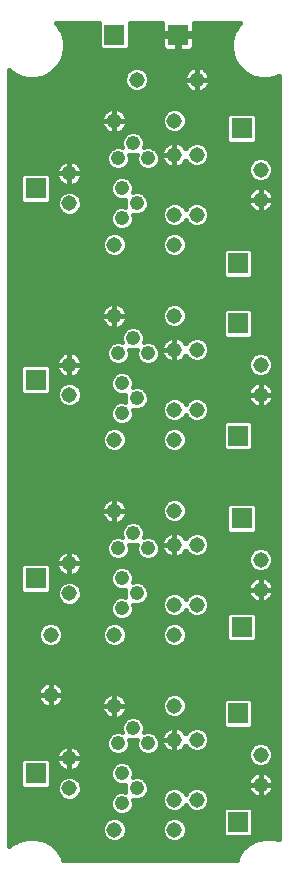
<source format=gtl>
G75*
G70*
%OFA0B0*%
%FSLAX24Y24*%
%IPPOS*%
%LPD*%
%AMOC8*
5,1,8,0,0,1.08239X$1,22.5*
%
%ADD10C,0.0476*%
%ADD11C,0.0515*%
%ADD12R,0.0709X0.0709*%
%ADD13C,0.0160*%
D10*
X004225Y006160D03*
X004350Y005160D03*
X004350Y004160D03*
X004850Y004660D03*
X005225Y006160D03*
X004725Y006660D03*
X004350Y010660D03*
X004350Y011660D03*
X004225Y012660D03*
X004725Y013160D03*
X005225Y012660D03*
X004850Y011160D03*
X004350Y017160D03*
X004350Y018160D03*
X004225Y019160D03*
X004725Y019660D03*
X005225Y019160D03*
X004850Y017660D03*
X004350Y023660D03*
X004350Y024660D03*
X004225Y025660D03*
X004725Y026160D03*
X005225Y025660D03*
X004850Y024160D03*
D11*
X004100Y022785D03*
X004100Y020410D03*
X004100Y016285D03*
X004100Y013910D03*
X004100Y009785D03*
X004100Y007410D03*
X004100Y003285D03*
X002600Y004660D03*
X002600Y005660D03*
X001975Y007785D03*
X001975Y009785D03*
X002600Y011160D03*
X002600Y012160D03*
X002600Y017785D03*
X002600Y018785D03*
X002600Y024160D03*
X002600Y025160D03*
X004100Y026910D03*
X004850Y028285D03*
X006100Y026910D03*
X006100Y025785D03*
X006850Y025785D03*
X006850Y023785D03*
X006100Y023785D03*
X006100Y022785D03*
X006100Y020410D03*
X006100Y019285D03*
X006850Y019285D03*
X006850Y017285D03*
X006100Y017285D03*
X006100Y016285D03*
X006100Y013910D03*
X006100Y012785D03*
X006850Y012785D03*
X006850Y010785D03*
X006100Y010785D03*
X006100Y009785D03*
X006100Y007410D03*
X006100Y006285D03*
X006850Y006285D03*
X006850Y004285D03*
X006100Y004285D03*
X006100Y003285D03*
X008975Y004785D03*
X008975Y005785D03*
X008975Y011285D03*
X008975Y012285D03*
X008975Y017785D03*
X008975Y018785D03*
X008975Y024285D03*
X008975Y025285D03*
X006850Y028285D03*
D12*
X006225Y029785D03*
X004100Y029785D03*
X001475Y024660D03*
X001475Y018285D03*
X001475Y011660D03*
X001475Y005160D03*
X008225Y003535D03*
X008225Y007160D03*
X008350Y010035D03*
X008350Y013660D03*
X008225Y016410D03*
X008225Y020160D03*
X008225Y022160D03*
X008350Y026660D03*
D13*
X000600Y028591D02*
X000600Y002730D01*
X000668Y002798D01*
X000922Y002944D01*
X001204Y003020D01*
X001496Y003020D01*
X001778Y002944D01*
X002032Y002798D01*
X002238Y002592D01*
X002384Y002339D01*
X002399Y002285D01*
X008176Y002285D01*
X008191Y002339D01*
X008337Y002592D01*
X008543Y002798D01*
X008797Y002944D01*
X009079Y003020D01*
X009371Y003020D01*
X009600Y002959D01*
X009600Y028417D01*
X009528Y028376D01*
X009246Y028300D01*
X008954Y028300D01*
X008672Y028376D01*
X008418Y028522D01*
X008212Y028729D01*
X008066Y028982D01*
X007990Y029264D01*
X007990Y029556D01*
X008066Y029839D01*
X008212Y030092D01*
X008280Y030160D01*
X006759Y030160D01*
X006759Y029823D01*
X006263Y029823D01*
X006263Y029747D01*
X006263Y029251D01*
X006603Y029251D01*
X006649Y029263D01*
X006690Y029287D01*
X006723Y029320D01*
X006747Y029361D01*
X006759Y029407D01*
X006759Y029747D01*
X006263Y029747D01*
X006187Y029747D01*
X006187Y029251D01*
X005847Y029251D01*
X005801Y029263D01*
X005760Y029287D01*
X005727Y029320D01*
X005703Y029361D01*
X005691Y029407D01*
X005691Y029747D01*
X006187Y029747D01*
X006187Y029823D01*
X005691Y029823D01*
X005691Y030160D01*
X004614Y030160D01*
X004614Y029365D01*
X004521Y029271D01*
X003679Y029271D01*
X003586Y029365D01*
X003586Y030160D01*
X002170Y030160D01*
X002238Y030092D01*
X002384Y029839D01*
X002460Y029556D01*
X002460Y029264D01*
X002384Y028982D01*
X002238Y028729D01*
X002032Y028522D01*
X001778Y028376D01*
X001496Y028300D01*
X001204Y028300D01*
X000922Y028376D01*
X000668Y028522D01*
X000600Y028591D01*
X000600Y028556D02*
X000634Y028556D01*
X000600Y028398D02*
X000884Y028398D01*
X000600Y028239D02*
X004433Y028239D01*
X004433Y028202D02*
X004496Y028049D01*
X004614Y027931D01*
X004767Y027868D01*
X004933Y027868D01*
X005086Y027931D01*
X005204Y028049D01*
X005267Y028202D01*
X005267Y028368D01*
X005204Y028522D01*
X005086Y028639D01*
X004933Y028703D01*
X004767Y028703D01*
X004614Y028639D01*
X004496Y028522D01*
X004433Y028368D01*
X004433Y028202D01*
X004483Y028081D02*
X000600Y028081D01*
X000600Y027922D02*
X004635Y027922D01*
X004445Y028398D02*
X001816Y028398D01*
X002066Y028556D02*
X004531Y028556D01*
X004598Y029349D02*
X005710Y029349D01*
X005691Y029507D02*
X004614Y029507D01*
X004614Y029666D02*
X005691Y029666D01*
X005691Y029824D02*
X004614Y029824D01*
X004614Y029983D02*
X005691Y029983D01*
X005691Y030141D02*
X004614Y030141D01*
X005169Y028556D02*
X006506Y028556D01*
X006516Y028570D02*
X006476Y028514D01*
X006445Y028453D01*
X006423Y028388D01*
X006413Y028320D01*
X006413Y028285D01*
X006413Y028251D01*
X006423Y028183D01*
X006445Y028117D01*
X006476Y028056D01*
X006516Y028000D01*
X006565Y027952D01*
X006621Y027911D01*
X006682Y027880D01*
X006748Y027858D01*
X006816Y027848D01*
X006850Y027848D01*
X006884Y027848D01*
X006952Y027858D01*
X007018Y027880D01*
X007079Y027911D01*
X007135Y027952D01*
X007184Y028000D01*
X007224Y028056D01*
X007255Y028117D01*
X007277Y028183D01*
X007287Y028251D01*
X007287Y028285D01*
X006850Y028285D01*
X006850Y027848D01*
X006850Y028285D01*
X006850Y028285D01*
X006850Y028285D01*
X006413Y028285D01*
X006850Y028285D01*
X006850Y028285D01*
X007287Y028285D01*
X007287Y028320D01*
X007277Y028388D01*
X007255Y028453D01*
X007224Y028514D01*
X007184Y028570D01*
X007135Y028619D01*
X007079Y028659D01*
X007018Y028691D01*
X006952Y028712D01*
X006884Y028723D01*
X006850Y028723D01*
X006816Y028723D01*
X006748Y028712D01*
X006682Y028691D01*
X006621Y028659D01*
X006565Y028619D01*
X006516Y028570D01*
X006427Y028398D02*
X005255Y028398D01*
X005267Y028239D02*
X006414Y028239D01*
X006463Y028081D02*
X005217Y028081D01*
X005065Y027922D02*
X006605Y027922D01*
X006850Y027922D02*
X006850Y027922D01*
X006850Y028081D02*
X006850Y028081D01*
X006850Y028239D02*
X006850Y028239D01*
X006850Y028285D02*
X006850Y028723D01*
X006850Y028285D01*
X006850Y028285D01*
X006850Y028398D02*
X006850Y028398D01*
X006850Y028556D02*
X006850Y028556D01*
X006850Y028715D02*
X006850Y028715D01*
X006765Y028715D02*
X002224Y028715D01*
X002322Y028873D02*
X008128Y028873D01*
X008052Y029032D02*
X002398Y029032D01*
X002440Y029190D02*
X008010Y029190D01*
X007990Y029349D02*
X006740Y029349D01*
X006759Y029507D02*
X007990Y029507D01*
X008019Y029666D02*
X006759Y029666D01*
X006759Y029824D02*
X008062Y029824D01*
X008149Y029983D02*
X006759Y029983D01*
X006759Y030141D02*
X008261Y030141D01*
X008226Y028715D02*
X006935Y028715D01*
X007194Y028556D02*
X008384Y028556D01*
X008634Y028398D02*
X007273Y028398D01*
X007286Y028239D02*
X009600Y028239D01*
X009600Y028081D02*
X007237Y028081D01*
X007095Y027922D02*
X009600Y027922D01*
X009600Y027764D02*
X000600Y027764D01*
X000600Y027605D02*
X009600Y027605D01*
X009600Y027447D02*
X000600Y027447D01*
X000600Y027288D02*
X003878Y027288D01*
X003871Y027284D02*
X003932Y027316D01*
X003998Y027337D01*
X004066Y027348D01*
X004100Y027348D01*
X004134Y027348D01*
X004202Y027337D01*
X004268Y027316D01*
X004329Y027284D01*
X004385Y027244D01*
X004434Y027195D01*
X004474Y027139D01*
X004505Y027078D01*
X004527Y027013D01*
X004537Y026945D01*
X004537Y026910D01*
X004100Y026910D01*
X004100Y026473D01*
X004134Y026473D01*
X004202Y026483D01*
X004268Y026505D01*
X004329Y026536D01*
X004385Y026577D01*
X004434Y026625D01*
X004474Y026681D01*
X004505Y026742D01*
X004527Y026808D01*
X004537Y026876D01*
X004537Y026910D01*
X004100Y026910D01*
X004100Y026910D01*
X004100Y026473D01*
X004066Y026473D01*
X003998Y026483D01*
X003932Y026505D01*
X003871Y026536D01*
X003815Y026577D01*
X003766Y026625D01*
X003726Y026681D01*
X003695Y026742D01*
X003673Y026808D01*
X003663Y026876D01*
X003663Y026910D01*
X004100Y026910D01*
X004100Y026910D01*
X004100Y026910D01*
X003663Y026910D01*
X003663Y026945D01*
X003673Y027013D01*
X003695Y027078D01*
X003726Y027139D01*
X003766Y027195D01*
X003815Y027244D01*
X003871Y027284D01*
X003721Y027130D02*
X000600Y027130D01*
X000600Y026971D02*
X003667Y026971D01*
X003673Y026813D02*
X000600Y026813D01*
X000600Y026654D02*
X003745Y026654D01*
X003960Y026496D02*
X000600Y026496D01*
X000600Y026337D02*
X004368Y026337D01*
X004388Y026386D02*
X004327Y026239D01*
X004327Y026081D01*
X004344Y026042D01*
X004304Y026058D01*
X004146Y026058D01*
X004000Y025997D01*
X003888Y025886D01*
X003827Y025739D01*
X003827Y025581D01*
X003888Y025435D01*
X004000Y025323D01*
X004146Y025262D01*
X004304Y025262D01*
X004450Y025323D01*
X004562Y025435D01*
X004623Y025581D01*
X004623Y025739D01*
X004606Y025779D01*
X004646Y025762D01*
X004804Y025762D01*
X004844Y025779D01*
X004827Y025739D01*
X004827Y025581D01*
X004888Y025435D01*
X005000Y025323D01*
X005146Y025262D01*
X005304Y025262D01*
X005450Y025323D01*
X005562Y025435D01*
X005623Y025581D01*
X005623Y025739D01*
X005562Y025886D01*
X005450Y025997D01*
X005304Y026058D01*
X005146Y026058D01*
X005106Y026042D01*
X005123Y026081D01*
X005123Y026239D01*
X005062Y026386D01*
X004950Y026497D01*
X004804Y026558D01*
X004646Y026558D01*
X004500Y026497D01*
X004388Y026386D01*
X004498Y026496D02*
X004240Y026496D01*
X004100Y026496D02*
X004100Y026496D01*
X004100Y026654D02*
X004100Y026654D01*
X004100Y026813D02*
X004100Y026813D01*
X004100Y026910D02*
X004100Y027348D01*
X004100Y026910D01*
X004100Y026910D01*
X004100Y026971D02*
X004100Y026971D01*
X004100Y027130D02*
X004100Y027130D01*
X004100Y027288D02*
X004100Y027288D01*
X004322Y027288D02*
X005922Y027288D01*
X005864Y027264D02*
X006017Y027328D01*
X006183Y027328D01*
X006336Y027264D01*
X006454Y027147D01*
X006517Y026993D01*
X006517Y026827D01*
X006454Y026674D01*
X006336Y026556D01*
X006183Y026493D01*
X006017Y026493D01*
X005864Y026556D01*
X005746Y026674D01*
X005683Y026827D01*
X005683Y026993D01*
X005746Y027147D01*
X005864Y027264D01*
X005739Y027130D02*
X004479Y027130D01*
X004533Y026971D02*
X005683Y026971D01*
X005688Y026813D02*
X004527Y026813D01*
X004455Y026654D02*
X005766Y026654D01*
X005932Y026191D02*
X005871Y026159D01*
X005815Y026119D01*
X005766Y026070D01*
X005726Y026014D01*
X005695Y025953D01*
X005673Y025888D01*
X005663Y025820D01*
X005663Y025785D01*
X005663Y025751D01*
X005673Y025683D01*
X005695Y025617D01*
X005726Y025556D01*
X005766Y025500D01*
X005815Y025452D01*
X005871Y025411D01*
X005932Y025380D01*
X005998Y025358D01*
X006066Y025348D01*
X006100Y025348D01*
X006134Y025348D01*
X006202Y025358D01*
X006268Y025380D01*
X006329Y025411D01*
X006385Y025452D01*
X006434Y025500D01*
X006474Y025556D01*
X006485Y025576D01*
X006496Y025549D01*
X006614Y025431D01*
X006767Y025368D01*
X006933Y025368D01*
X007086Y025431D01*
X007204Y025549D01*
X007267Y025702D01*
X007267Y025868D01*
X007204Y026022D01*
X007086Y026139D01*
X006933Y026203D01*
X006767Y026203D01*
X006614Y026139D01*
X006496Y026022D01*
X006485Y025994D01*
X006474Y026014D01*
X006434Y026070D01*
X006385Y026119D01*
X006329Y026159D01*
X006268Y026191D01*
X006202Y026212D01*
X006134Y026223D01*
X006100Y026223D01*
X006066Y026223D01*
X005998Y026212D01*
X005932Y026191D01*
X005909Y026179D02*
X005123Y026179D01*
X005082Y026337D02*
X007836Y026337D01*
X007836Y026240D02*
X007929Y026146D01*
X008771Y026146D01*
X008864Y026240D01*
X008864Y027081D01*
X008771Y027175D01*
X007929Y027175D01*
X007836Y027081D01*
X007836Y026240D01*
X007897Y026179D02*
X006991Y026179D01*
X007205Y026020D02*
X009600Y026020D01*
X009600Y025862D02*
X007267Y025862D01*
X007267Y025703D02*
X009600Y025703D01*
X009600Y025545D02*
X009306Y025545D01*
X009329Y025522D02*
X009392Y025368D01*
X009392Y025202D01*
X009329Y025049D01*
X009211Y024931D01*
X009058Y024868D01*
X008892Y024868D01*
X008739Y024931D01*
X008621Y025049D01*
X008558Y025202D01*
X008558Y025368D01*
X008621Y025522D01*
X008739Y025639D01*
X008892Y025703D01*
X009058Y025703D01*
X009211Y025639D01*
X009329Y025522D01*
X009385Y025386D02*
X009600Y025386D01*
X009600Y025228D02*
X009392Y025228D01*
X009337Y025069D02*
X009600Y025069D01*
X009600Y024911D02*
X009162Y024911D01*
X009077Y024712D02*
X009009Y024723D01*
X008975Y024723D01*
X008941Y024723D01*
X008873Y024712D01*
X008807Y024691D01*
X008746Y024659D01*
X008690Y024619D01*
X008641Y024570D01*
X008601Y024514D01*
X008570Y024453D01*
X008548Y024388D01*
X008538Y024320D01*
X008538Y024285D01*
X008538Y024251D01*
X008548Y024183D01*
X008570Y024117D01*
X008601Y024056D01*
X008641Y024000D01*
X008690Y023952D01*
X008746Y023911D01*
X008807Y023880D01*
X008873Y023858D01*
X008941Y023848D01*
X008975Y023848D01*
X009009Y023848D01*
X009077Y023858D01*
X009143Y023880D01*
X009204Y023911D01*
X009260Y023952D01*
X009309Y024000D01*
X009349Y024056D01*
X009380Y024117D01*
X009402Y024183D01*
X009412Y024251D01*
X009412Y024285D01*
X008975Y024285D01*
X008975Y023848D01*
X008975Y024285D01*
X008975Y024285D01*
X008538Y024285D01*
X008975Y024285D01*
X008975Y024285D01*
X008975Y024285D01*
X009412Y024285D01*
X009412Y024320D01*
X009402Y024388D01*
X009380Y024453D01*
X009349Y024514D01*
X009309Y024570D01*
X009260Y024619D01*
X009204Y024659D01*
X009143Y024691D01*
X009077Y024712D01*
X008975Y024723D02*
X008975Y024285D01*
X008975Y024723D01*
X008975Y024594D02*
X008975Y024594D01*
X008975Y024435D02*
X008975Y024435D01*
X008975Y024285D02*
X008975Y024285D01*
X008975Y024277D02*
X008975Y024277D01*
X008975Y024118D02*
X008975Y024118D01*
X008975Y023960D02*
X008975Y023960D01*
X009268Y023960D02*
X009600Y023960D01*
X009600Y024118D02*
X009381Y024118D01*
X009412Y024277D02*
X009600Y024277D01*
X009600Y024435D02*
X009386Y024435D01*
X009285Y024594D02*
X009600Y024594D01*
X009600Y024752D02*
X004742Y024752D01*
X004748Y024739D02*
X004687Y024886D01*
X004575Y024997D01*
X004429Y025058D01*
X004271Y025058D01*
X004125Y024997D01*
X004013Y024886D01*
X003952Y024739D01*
X003952Y024581D01*
X004013Y024435D01*
X004125Y024323D01*
X004271Y024262D01*
X004429Y024262D01*
X004469Y024279D01*
X004452Y024239D01*
X004452Y024081D01*
X004469Y024042D01*
X004429Y024058D01*
X004271Y024058D01*
X004125Y023997D01*
X004013Y023886D01*
X003952Y023739D01*
X003952Y023581D01*
X004013Y023435D01*
X004125Y023323D01*
X004271Y023262D01*
X004429Y023262D01*
X004575Y023323D01*
X004687Y023435D01*
X004748Y023581D01*
X004748Y023739D01*
X004731Y023779D01*
X004771Y023762D01*
X004929Y023762D01*
X005075Y023823D01*
X005187Y023935D01*
X005248Y024081D01*
X005248Y024239D01*
X005187Y024386D01*
X005075Y024497D01*
X004929Y024558D01*
X004771Y024558D01*
X004731Y024542D01*
X004748Y024581D01*
X004748Y024739D01*
X004748Y024594D02*
X008665Y024594D01*
X008564Y024435D02*
X005138Y024435D01*
X005232Y024277D02*
X008538Y024277D01*
X008569Y024118D02*
X007107Y024118D01*
X007086Y024139D02*
X006933Y024203D01*
X006767Y024203D01*
X006614Y024139D01*
X006496Y024022D01*
X006475Y023971D01*
X006454Y024022D01*
X006336Y024139D01*
X006183Y024203D01*
X006017Y024203D01*
X005864Y024139D01*
X005746Y024022D01*
X005683Y023868D01*
X005683Y023702D01*
X005746Y023549D01*
X005864Y023431D01*
X006017Y023368D01*
X006183Y023368D01*
X006336Y023431D01*
X006454Y023549D01*
X006475Y023600D01*
X006496Y023549D01*
X006614Y023431D01*
X006767Y023368D01*
X006933Y023368D01*
X007086Y023431D01*
X007204Y023549D01*
X007267Y023702D01*
X007267Y023868D01*
X007204Y024022D01*
X007086Y024139D01*
X007230Y023960D02*
X008682Y023960D01*
X008788Y024911D02*
X004662Y024911D01*
X004514Y025386D02*
X004936Y025386D01*
X004842Y025545D02*
X004608Y025545D01*
X004623Y025703D02*
X004827Y025703D01*
X004952Y026496D02*
X006010Y026496D01*
X006100Y026223D02*
X006100Y025785D01*
X006100Y025348D01*
X006100Y025785D01*
X006100Y025785D01*
X005663Y025785D01*
X006100Y025785D01*
X006100Y025785D01*
X006100Y025785D01*
X006100Y026223D01*
X006100Y026179D02*
X006100Y026179D01*
X006100Y026020D02*
X006100Y026020D01*
X006100Y025862D02*
X006100Y025862D01*
X006100Y025703D02*
X006100Y025703D01*
X006100Y025545D02*
X006100Y025545D01*
X006100Y025386D02*
X006100Y025386D01*
X006281Y025386D02*
X006722Y025386D01*
X006978Y025386D02*
X008565Y025386D01*
X008558Y025228D02*
X003032Y025228D01*
X003037Y025195D02*
X003027Y025263D01*
X003005Y025328D01*
X002974Y025389D01*
X002934Y025445D01*
X002885Y025494D01*
X002829Y025534D01*
X002768Y025566D01*
X002702Y025587D01*
X002634Y025598D01*
X002600Y025598D01*
X002566Y025598D01*
X002498Y025587D01*
X002432Y025566D01*
X002371Y025534D01*
X002315Y025494D01*
X002266Y025445D01*
X002226Y025389D01*
X002195Y025328D01*
X002173Y025263D01*
X002163Y025195D01*
X002163Y025160D01*
X002163Y025126D01*
X002173Y025058D01*
X002195Y024992D01*
X002226Y024931D01*
X002266Y024875D01*
X002315Y024827D01*
X002371Y024786D01*
X002432Y024755D01*
X002498Y024733D01*
X002566Y024723D01*
X002600Y024723D01*
X002634Y024723D01*
X002702Y024733D01*
X002768Y024755D01*
X002829Y024786D01*
X002885Y024827D01*
X002934Y024875D01*
X002974Y024931D01*
X003005Y024992D01*
X003027Y025058D01*
X003037Y025126D01*
X003037Y025160D01*
X002600Y025160D01*
X002600Y024723D01*
X002600Y025160D01*
X002600Y025160D01*
X002163Y025160D01*
X002600Y025160D01*
X002600Y025160D01*
X002600Y025160D01*
X003037Y025160D01*
X003037Y025195D01*
X003029Y025069D02*
X008613Y025069D01*
X008644Y025545D02*
X007200Y025545D01*
X006709Y026179D02*
X006291Y026179D01*
X006470Y026020D02*
X006495Y026020D01*
X006466Y025545D02*
X006500Y025545D01*
X006190Y026496D02*
X007836Y026496D01*
X007836Y026654D02*
X006434Y026654D01*
X006512Y026813D02*
X007836Y026813D01*
X007836Y026971D02*
X006517Y026971D01*
X006461Y027130D02*
X007885Y027130D01*
X008815Y027130D02*
X009600Y027130D01*
X009600Y027288D02*
X006278Y027288D01*
X005730Y026020D02*
X005395Y026020D01*
X005572Y025862D02*
X005669Y025862D01*
X005670Y025703D02*
X005623Y025703D01*
X005608Y025545D02*
X005734Y025545D01*
X005919Y025386D02*
X005514Y025386D01*
X005248Y024118D02*
X005843Y024118D01*
X005720Y023960D02*
X005198Y023960D01*
X005023Y023801D02*
X005683Y023801D01*
X005707Y023643D02*
X004748Y023643D01*
X004708Y023484D02*
X005811Y023484D01*
X005931Y023167D02*
X004269Y023167D01*
X004336Y023139D02*
X004183Y023203D01*
X004017Y023203D01*
X003864Y023139D01*
X003746Y023022D01*
X003683Y022868D01*
X003683Y022702D01*
X003746Y022549D01*
X003864Y022431D01*
X004017Y022368D01*
X004183Y022368D01*
X004336Y022431D01*
X004454Y022549D01*
X004517Y022702D01*
X004517Y022868D01*
X004454Y023022D01*
X004336Y023139D01*
X004459Y023009D02*
X005741Y023009D01*
X005746Y023022D02*
X005683Y022868D01*
X005683Y022702D01*
X005746Y022549D01*
X005864Y022431D01*
X006017Y022368D01*
X006183Y022368D01*
X006336Y022431D01*
X006454Y022549D01*
X006517Y022702D01*
X006517Y022868D01*
X006454Y023022D01*
X006336Y023139D01*
X006183Y023203D01*
X006017Y023203D01*
X005864Y023139D01*
X005746Y023022D01*
X005683Y022850D02*
X004517Y022850D01*
X004513Y022692D02*
X005687Y022692D01*
X005762Y022533D02*
X004438Y022533D01*
X004200Y022375D02*
X006000Y022375D01*
X006200Y022375D02*
X007711Y022375D01*
X007711Y022533D02*
X006438Y022533D01*
X006513Y022692D02*
X009600Y022692D01*
X009600Y022850D02*
X006517Y022850D01*
X006459Y023009D02*
X009600Y023009D01*
X009600Y023167D02*
X006269Y023167D01*
X006389Y023484D02*
X006561Y023484D01*
X006593Y024118D02*
X006357Y024118D01*
X007139Y023484D02*
X009600Y023484D01*
X009600Y023326D02*
X004578Y023326D01*
X004452Y024118D02*
X003017Y024118D01*
X003017Y024077D02*
X002954Y023924D01*
X002836Y023806D01*
X002683Y023743D01*
X002517Y023743D01*
X002364Y023806D01*
X002246Y023924D01*
X002183Y024077D01*
X002183Y024243D01*
X002246Y024397D01*
X002364Y024514D01*
X002517Y024578D01*
X002683Y024578D01*
X002836Y024514D01*
X002954Y024397D01*
X003017Y024243D01*
X003017Y024077D01*
X002969Y023960D02*
X004087Y023960D01*
X004236Y024277D02*
X003004Y024277D01*
X002915Y024435D02*
X004013Y024435D01*
X003952Y024594D02*
X001989Y024594D01*
X001989Y024752D02*
X002440Y024752D01*
X002600Y024752D02*
X002600Y024752D01*
X002600Y024911D02*
X002600Y024911D01*
X002600Y025069D02*
X002600Y025069D01*
X002600Y025160D02*
X002600Y025598D01*
X002600Y025160D01*
X002600Y025160D01*
X002600Y025228D02*
X002600Y025228D01*
X002600Y025386D02*
X002600Y025386D01*
X002600Y025545D02*
X002600Y025545D01*
X002391Y025545D02*
X000600Y025545D01*
X000600Y025703D02*
X003827Y025703D01*
X003842Y025545D02*
X002809Y025545D01*
X002976Y025386D02*
X003936Y025386D01*
X004038Y024911D02*
X002960Y024911D01*
X002760Y024752D02*
X003958Y024752D01*
X003978Y023801D02*
X002824Y023801D01*
X002376Y023801D02*
X000600Y023801D01*
X000600Y023643D02*
X003952Y023643D01*
X003992Y023484D02*
X000600Y023484D01*
X000600Y023326D02*
X004122Y023326D01*
X003931Y023167D02*
X000600Y023167D01*
X000600Y023009D02*
X003741Y023009D01*
X003683Y022850D02*
X000600Y022850D01*
X000600Y022692D02*
X003687Y022692D01*
X003762Y022533D02*
X000600Y022533D01*
X000600Y022375D02*
X004000Y022375D01*
X004066Y020848D02*
X003998Y020837D01*
X003932Y020816D01*
X003871Y020784D01*
X003815Y020744D01*
X003766Y020695D01*
X003726Y020639D01*
X003695Y020578D01*
X003673Y020513D01*
X003663Y020445D01*
X003663Y020410D01*
X003663Y020376D01*
X003673Y020308D01*
X003695Y020242D01*
X003726Y020181D01*
X003766Y020125D01*
X003815Y020077D01*
X003871Y020036D01*
X003932Y020005D01*
X003998Y019983D01*
X004066Y019973D01*
X004100Y019973D01*
X004134Y019973D01*
X004202Y019983D01*
X004268Y020005D01*
X004329Y020036D01*
X004385Y020077D01*
X004434Y020125D01*
X004474Y020181D01*
X004505Y020242D01*
X004527Y020308D01*
X004537Y020376D01*
X004537Y020410D01*
X004100Y020410D01*
X004100Y019973D01*
X004100Y020410D01*
X004100Y020410D01*
X004100Y020410D01*
X003663Y020410D01*
X004100Y020410D01*
X004100Y020410D01*
X004537Y020410D01*
X004537Y020445D01*
X004527Y020513D01*
X004505Y020578D01*
X004474Y020639D01*
X004434Y020695D01*
X004385Y020744D01*
X004329Y020784D01*
X004268Y020816D01*
X004202Y020837D01*
X004134Y020848D01*
X004100Y020848D01*
X004066Y020848D01*
X004100Y020848D02*
X004100Y020410D01*
X004100Y020410D01*
X004100Y020848D01*
X004100Y020790D02*
X004100Y020790D01*
X004100Y020631D02*
X004100Y020631D01*
X004100Y020473D02*
X004100Y020473D01*
X004100Y020314D02*
X004100Y020314D01*
X004100Y020156D02*
X004100Y020156D01*
X004100Y019997D02*
X004100Y019997D01*
X004245Y019997D02*
X004499Y019997D01*
X004500Y019997D02*
X004388Y019886D01*
X004327Y019739D01*
X004327Y019581D01*
X004344Y019542D01*
X004304Y019558D01*
X004146Y019558D01*
X004000Y019497D01*
X003888Y019386D01*
X003827Y019239D01*
X003827Y019081D01*
X003888Y018935D01*
X004000Y018823D01*
X004146Y018762D01*
X004304Y018762D01*
X004450Y018823D01*
X004562Y018935D01*
X004623Y019081D01*
X004623Y019239D01*
X004606Y019279D01*
X004646Y019262D01*
X004804Y019262D01*
X004844Y019279D01*
X004827Y019239D01*
X004827Y019081D01*
X004888Y018935D01*
X005000Y018823D01*
X005146Y018762D01*
X005304Y018762D01*
X005450Y018823D01*
X005562Y018935D01*
X005623Y019081D01*
X005623Y019239D01*
X005562Y019386D01*
X005450Y019497D01*
X005304Y019558D01*
X005146Y019558D01*
X005106Y019542D01*
X005123Y019581D01*
X005123Y019739D01*
X005062Y019886D01*
X004950Y019997D01*
X004804Y020058D01*
X004646Y020058D01*
X004500Y019997D01*
X004456Y020156D02*
X005764Y020156D01*
X005746Y020174D02*
X005864Y020056D01*
X006017Y019993D01*
X006183Y019993D01*
X006336Y020056D01*
X006454Y020174D01*
X006517Y020327D01*
X006517Y020493D01*
X006454Y020647D01*
X006336Y020764D01*
X006183Y020828D01*
X006017Y020828D01*
X005864Y020764D01*
X005746Y020647D01*
X005683Y020493D01*
X005683Y020327D01*
X005746Y020174D01*
X005688Y020314D02*
X004528Y020314D01*
X004533Y020473D02*
X005683Y020473D01*
X005740Y020631D02*
X004478Y020631D01*
X004319Y020790D02*
X005925Y020790D01*
X006006Y019997D02*
X004951Y019997D01*
X005082Y019839D02*
X007711Y019839D01*
X007711Y019740D02*
X007804Y019646D01*
X008646Y019646D01*
X008739Y019740D01*
X008739Y020581D01*
X008646Y020675D01*
X007804Y020675D01*
X007711Y020581D01*
X007711Y019740D01*
X007770Y019680D02*
X006987Y019680D01*
X006933Y019703D02*
X006767Y019703D01*
X006614Y019639D01*
X006496Y019522D01*
X006469Y019522D01*
X006474Y019514D02*
X006434Y019570D01*
X006385Y019619D01*
X006329Y019659D01*
X006268Y019691D01*
X006202Y019712D01*
X006134Y019723D01*
X006100Y019723D01*
X006066Y019723D01*
X005998Y019712D01*
X005932Y019691D01*
X005871Y019659D01*
X005815Y019619D01*
X005766Y019570D01*
X005726Y019514D01*
X005695Y019453D01*
X005673Y019388D01*
X005663Y019320D01*
X005663Y019285D01*
X005663Y019251D01*
X005673Y019183D01*
X005695Y019117D01*
X005726Y019056D01*
X005766Y019000D01*
X005815Y018952D01*
X005871Y018911D01*
X005932Y018880D01*
X005998Y018858D01*
X006066Y018848D01*
X006100Y018848D01*
X006134Y018848D01*
X006202Y018858D01*
X006268Y018880D01*
X006329Y018911D01*
X006385Y018952D01*
X006434Y019000D01*
X006474Y019056D01*
X006485Y019076D01*
X006496Y019049D01*
X006614Y018931D01*
X006767Y018868D01*
X006933Y018868D01*
X007086Y018931D01*
X007204Y019049D01*
X007267Y019202D01*
X007267Y019368D01*
X007204Y019522D01*
X009600Y019522D01*
X009600Y019680D02*
X008680Y019680D01*
X008739Y019839D02*
X009600Y019839D01*
X009600Y019997D02*
X008739Y019997D01*
X008739Y020156D02*
X009600Y020156D01*
X009600Y020314D02*
X008739Y020314D01*
X008739Y020473D02*
X009600Y020473D01*
X009600Y020631D02*
X008689Y020631D01*
X008646Y021646D02*
X008739Y021740D01*
X008739Y022581D01*
X008646Y022675D01*
X007804Y022675D01*
X007711Y022581D01*
X007711Y021740D01*
X007804Y021646D01*
X008646Y021646D01*
X008739Y021741D02*
X009600Y021741D01*
X009600Y021899D02*
X008739Y021899D01*
X008739Y022058D02*
X009600Y022058D01*
X009600Y022216D02*
X008739Y022216D01*
X008739Y022375D02*
X009600Y022375D01*
X009600Y022533D02*
X008739Y022533D01*
X009600Y021582D02*
X000600Y021582D01*
X000600Y021424D02*
X009600Y021424D01*
X009600Y021265D02*
X000600Y021265D01*
X000600Y021107D02*
X009600Y021107D01*
X009600Y020948D02*
X000600Y020948D01*
X000600Y020790D02*
X003881Y020790D01*
X003722Y020631D02*
X000600Y020631D01*
X000600Y020473D02*
X003667Y020473D01*
X003672Y020314D02*
X000600Y020314D01*
X000600Y020156D02*
X003744Y020156D01*
X003955Y019997D02*
X000600Y019997D01*
X000600Y019839D02*
X004368Y019839D01*
X004327Y019680D02*
X000600Y019680D01*
X000600Y019522D02*
X004058Y019522D01*
X003879Y019363D02*
X000600Y019363D01*
X000600Y019205D02*
X002475Y019205D01*
X002498Y019212D02*
X002432Y019191D01*
X002371Y019159D01*
X002315Y019119D01*
X002266Y019070D01*
X002226Y019014D01*
X002195Y018953D01*
X002173Y018888D01*
X000600Y018888D01*
X000600Y019046D02*
X002249Y019046D01*
X002173Y018888D02*
X002163Y018820D01*
X002163Y018785D01*
X002163Y018751D01*
X002173Y018683D01*
X002195Y018617D01*
X002226Y018556D01*
X002266Y018500D01*
X002315Y018452D01*
X002371Y018411D01*
X002432Y018380D01*
X002498Y018358D01*
X002566Y018348D01*
X002600Y018348D01*
X002634Y018348D01*
X002702Y018358D01*
X002768Y018380D01*
X002829Y018411D01*
X002885Y018452D01*
X002934Y018500D01*
X002974Y018556D01*
X003005Y018617D01*
X003027Y018683D01*
X003037Y018751D01*
X003037Y018785D01*
X002600Y018785D01*
X002600Y018348D01*
X002600Y018785D01*
X002600Y018785D01*
X002163Y018785D01*
X002600Y018785D01*
X002600Y018785D01*
X002600Y018785D01*
X003037Y018785D01*
X003037Y018820D01*
X003027Y018888D01*
X003935Y018888D01*
X003842Y019046D02*
X002951Y019046D01*
X002934Y019070D02*
X002885Y019119D01*
X002829Y019159D01*
X002768Y019191D01*
X002702Y019212D01*
X002634Y019223D01*
X002600Y019223D01*
X002566Y019223D01*
X002498Y019212D01*
X002600Y019205D02*
X002600Y019205D01*
X002600Y019223D02*
X002600Y018785D01*
X002600Y018785D01*
X002600Y019223D01*
X002600Y019046D02*
X002600Y019046D01*
X002600Y018888D02*
X002600Y018888D01*
X002600Y018729D02*
X002600Y018729D01*
X002600Y018571D02*
X002600Y018571D01*
X002600Y018412D02*
X002600Y018412D01*
X002683Y018203D02*
X002517Y018203D01*
X002364Y018139D01*
X002246Y018022D01*
X002183Y017868D01*
X002183Y017702D01*
X002246Y017549D01*
X002364Y017431D01*
X002517Y017368D01*
X002683Y017368D01*
X002836Y017431D01*
X002954Y017549D01*
X003017Y017702D01*
X003017Y017868D01*
X002954Y018022D01*
X002836Y018139D01*
X002683Y018203D01*
X002880Y018095D02*
X003952Y018095D01*
X003952Y018081D02*
X004013Y017935D01*
X004125Y017823D01*
X004271Y017762D01*
X004429Y017762D01*
X004469Y017779D01*
X004452Y017739D01*
X004452Y017581D01*
X004469Y017542D01*
X004429Y017558D01*
X004271Y017558D01*
X004125Y017497D01*
X004013Y017386D01*
X003952Y017239D01*
X003952Y017081D01*
X004013Y016935D01*
X004125Y016823D01*
X004271Y016762D01*
X004429Y016762D01*
X004575Y016823D01*
X004687Y016935D01*
X004748Y017081D01*
X004748Y017239D01*
X004731Y017279D01*
X004771Y017262D01*
X004929Y017262D01*
X005075Y017323D01*
X005187Y017435D01*
X005248Y017581D01*
X005248Y017739D01*
X005187Y017886D01*
X005075Y017997D01*
X004929Y018058D01*
X004771Y018058D01*
X004731Y018042D01*
X004748Y018081D01*
X004748Y018239D01*
X004687Y018386D01*
X004575Y018497D01*
X004429Y018558D01*
X004271Y018558D01*
X004125Y018497D01*
X004013Y018386D01*
X003952Y018239D01*
X003952Y018081D01*
X004012Y017937D02*
X002989Y017937D01*
X003017Y017778D02*
X004233Y017778D01*
X004088Y017461D02*
X002866Y017461D01*
X002983Y017620D02*
X004452Y017620D01*
X004467Y017778D02*
X004468Y017778D01*
X004661Y018412D02*
X008785Y018412D01*
X008739Y018431D02*
X008892Y018368D01*
X009058Y018368D01*
X009211Y018431D01*
X009329Y018549D01*
X009392Y018702D01*
X009392Y018868D01*
X009329Y019022D01*
X009211Y019139D01*
X009058Y019203D01*
X008892Y019203D01*
X008739Y019139D01*
X008621Y019022D01*
X008558Y018868D01*
X008558Y018702D01*
X008621Y018549D01*
X008739Y018431D01*
X008612Y018571D02*
X002982Y018571D01*
X003034Y018729D02*
X008558Y018729D01*
X008566Y018888D02*
X006981Y018888D01*
X006719Y018888D02*
X006284Y018888D01*
X006100Y018888D02*
X006100Y018888D01*
X006100Y018848D02*
X006100Y019285D01*
X006100Y019285D01*
X006100Y018848D01*
X006100Y019046D02*
X006100Y019046D01*
X006100Y019205D02*
X006100Y019205D01*
X006100Y019285D02*
X005663Y019285D01*
X006100Y019285D01*
X006100Y019285D01*
X006100Y019723D01*
X006100Y019285D01*
X006100Y019285D01*
X006100Y019363D02*
X006100Y019363D01*
X006100Y019522D02*
X006100Y019522D01*
X006100Y019680D02*
X006100Y019680D01*
X006194Y019997D02*
X007711Y019997D01*
X007711Y020156D02*
X006436Y020156D01*
X006512Y020314D02*
X007711Y020314D01*
X007711Y020473D02*
X006517Y020473D01*
X006460Y020631D02*
X007761Y020631D01*
X007711Y021741D02*
X000600Y021741D01*
X000600Y021899D02*
X007711Y021899D01*
X007711Y022058D02*
X000600Y022058D01*
X000600Y022216D02*
X007711Y022216D01*
X007243Y023643D02*
X009600Y023643D01*
X009600Y023801D02*
X007267Y023801D01*
X006275Y020790D02*
X009600Y020790D01*
X009600Y019363D02*
X007267Y019363D01*
X007267Y019205D02*
X009600Y019205D01*
X009600Y019046D02*
X009304Y019046D01*
X009384Y018888D02*
X009600Y018888D01*
X009600Y018729D02*
X009392Y018729D01*
X009338Y018571D02*
X009600Y018571D01*
X009600Y018412D02*
X009165Y018412D01*
X009077Y018212D02*
X009009Y018223D01*
X008975Y018223D01*
X008941Y018223D01*
X008873Y018212D01*
X008807Y018191D01*
X008746Y018159D01*
X008690Y018119D01*
X008641Y018070D01*
X008601Y018014D01*
X008570Y017953D01*
X008548Y017888D01*
X008538Y017820D01*
X008538Y017785D01*
X008538Y017751D01*
X008548Y017683D01*
X008570Y017617D01*
X008601Y017556D01*
X008641Y017500D01*
X008690Y017452D01*
X008746Y017411D01*
X008807Y017380D01*
X008873Y017358D01*
X008941Y017348D01*
X008975Y017348D01*
X009009Y017348D01*
X009077Y017358D01*
X009143Y017380D01*
X009204Y017411D01*
X009260Y017452D01*
X009309Y017500D01*
X009349Y017556D01*
X009380Y017617D01*
X009402Y017683D01*
X009412Y017751D01*
X009412Y017785D01*
X008975Y017785D01*
X008975Y017348D01*
X008975Y017785D01*
X008975Y017785D01*
X008538Y017785D01*
X008975Y017785D01*
X008975Y017785D01*
X008975Y017785D01*
X009412Y017785D01*
X009412Y017820D01*
X009402Y017888D01*
X009380Y017953D01*
X009349Y018014D01*
X009309Y018070D01*
X009260Y018119D01*
X009204Y018159D01*
X009143Y018191D01*
X009077Y018212D01*
X008975Y018223D02*
X008975Y017785D01*
X008975Y018223D01*
X008975Y018095D02*
X008975Y018095D01*
X008975Y017937D02*
X008975Y017937D01*
X008975Y017785D02*
X008975Y017785D01*
X008975Y017778D02*
X008975Y017778D01*
X008975Y017620D02*
X008975Y017620D01*
X008975Y017461D02*
X008975Y017461D01*
X008646Y016925D02*
X008739Y016831D01*
X008739Y015990D01*
X008646Y015896D01*
X007804Y015896D01*
X007711Y015990D01*
X007711Y016831D01*
X007804Y016925D01*
X008646Y016925D01*
X008739Y016827D02*
X009600Y016827D01*
X009600Y016669D02*
X008739Y016669D01*
X008739Y016510D02*
X009600Y016510D01*
X009600Y016352D02*
X008739Y016352D01*
X008739Y016193D02*
X009600Y016193D01*
X009600Y016035D02*
X008739Y016035D01*
X008680Y017461D02*
X007229Y017461D01*
X007204Y017522D02*
X007267Y017368D01*
X007267Y017202D01*
X007204Y017049D01*
X007086Y016931D01*
X006933Y016868D01*
X006767Y016868D01*
X006614Y016931D01*
X006496Y017049D01*
X006475Y017100D01*
X006454Y017049D01*
X006336Y016931D01*
X006183Y016868D01*
X006017Y016868D01*
X005864Y016931D01*
X005746Y017049D01*
X005683Y017202D01*
X005683Y017368D01*
X005746Y017522D01*
X005864Y017639D01*
X006017Y017703D01*
X006183Y017703D01*
X006336Y017639D01*
X006454Y017522D01*
X006475Y017471D01*
X006496Y017522D01*
X006614Y017639D01*
X006767Y017703D01*
X006933Y017703D01*
X007086Y017639D01*
X007204Y017522D01*
X007106Y017620D02*
X008569Y017620D01*
X008538Y017778D02*
X005232Y017778D01*
X005248Y017620D02*
X005844Y017620D01*
X005721Y017461D02*
X005198Y017461D01*
X005136Y017937D02*
X008564Y017937D01*
X008666Y018095D02*
X004748Y018095D01*
X004742Y018254D02*
X009600Y018254D01*
X009600Y018095D02*
X009284Y018095D01*
X009386Y017937D02*
X009600Y017937D01*
X009600Y017778D02*
X009412Y017778D01*
X009381Y017620D02*
X009600Y017620D01*
X009600Y017461D02*
X009270Y017461D01*
X009600Y017303D02*
X007267Y017303D01*
X007243Y017144D02*
X009600Y017144D01*
X009600Y016986D02*
X007141Y016986D01*
X007711Y016827D02*
X004580Y016827D01*
X004708Y016986D02*
X005809Y016986D01*
X005707Y017144D02*
X004748Y017144D01*
X005026Y017303D02*
X005683Y017303D01*
X005935Y016669D02*
X004265Y016669D01*
X004336Y016639D02*
X004183Y016703D01*
X004017Y016703D01*
X003864Y016639D01*
X003746Y016522D01*
X003683Y016368D01*
X003683Y016202D01*
X003746Y016049D01*
X003864Y015931D01*
X004017Y015868D01*
X004183Y015868D01*
X004336Y015931D01*
X004454Y016049D01*
X004517Y016202D01*
X004517Y016368D01*
X004454Y016522D01*
X004336Y016639D01*
X004459Y016510D02*
X005741Y016510D01*
X005746Y016522D02*
X005683Y016368D01*
X005683Y016202D01*
X005746Y016049D01*
X005864Y015931D01*
X006017Y015868D01*
X006183Y015868D01*
X006336Y015931D01*
X006454Y016049D01*
X006517Y016202D01*
X006517Y016368D01*
X006454Y016522D01*
X006336Y016639D01*
X006183Y016703D01*
X006017Y016703D01*
X005864Y016639D01*
X005746Y016522D01*
X005683Y016352D02*
X004517Y016352D01*
X004514Y016193D02*
X005686Y016193D01*
X005760Y016035D02*
X004440Y016035D01*
X004204Y015876D02*
X005996Y015876D01*
X006204Y015876D02*
X009600Y015876D01*
X009600Y015718D02*
X000600Y015718D01*
X000600Y015876D02*
X003996Y015876D01*
X003935Y016669D02*
X000600Y016669D01*
X000600Y016827D02*
X004120Y016827D01*
X003992Y016986D02*
X000600Y016986D01*
X000600Y017144D02*
X003952Y017144D01*
X003978Y017303D02*
X000600Y017303D01*
X000600Y017461D02*
X002334Y017461D01*
X002217Y017620D02*
X000600Y017620D01*
X000600Y017778D02*
X001047Y017778D01*
X001054Y017771D02*
X000961Y017865D01*
X000961Y018706D01*
X001054Y018800D01*
X001896Y018800D01*
X001989Y018706D01*
X001989Y017865D01*
X001896Y017771D01*
X001054Y017771D01*
X000961Y017937D02*
X000600Y017937D01*
X000600Y018095D02*
X000961Y018095D01*
X000961Y018254D02*
X000600Y018254D01*
X000600Y018412D02*
X000961Y018412D01*
X000961Y018571D02*
X000600Y018571D01*
X000600Y018729D02*
X000984Y018729D01*
X000600Y016510D02*
X003741Y016510D01*
X003683Y016352D02*
X000600Y016352D01*
X000600Y016193D02*
X003686Y016193D01*
X003760Y016035D02*
X000600Y016035D01*
X000600Y015559D02*
X009600Y015559D01*
X009600Y015401D02*
X000600Y015401D01*
X000600Y015242D02*
X009600Y015242D01*
X009600Y015084D02*
X000600Y015084D01*
X000600Y014925D02*
X009600Y014925D01*
X009600Y014767D02*
X000600Y014767D01*
X000600Y014608D02*
X009600Y014608D01*
X009600Y014450D02*
X000600Y014450D01*
X000600Y014291D02*
X003884Y014291D01*
X003871Y014284D02*
X003932Y014316D01*
X003998Y014337D01*
X004066Y014348D01*
X004100Y014348D01*
X004134Y014348D01*
X004202Y014337D01*
X004268Y014316D01*
X004329Y014284D01*
X004385Y014244D01*
X004434Y014195D01*
X004474Y014139D01*
X004505Y014078D01*
X004527Y014013D01*
X004537Y013945D01*
X004537Y013910D01*
X004100Y013910D01*
X004100Y013473D01*
X004134Y013473D01*
X004202Y013483D01*
X004268Y013505D01*
X004329Y013536D01*
X004385Y013577D01*
X004434Y013625D01*
X004474Y013681D01*
X004505Y013742D01*
X004527Y013808D01*
X004537Y013876D01*
X004537Y013910D01*
X004100Y013910D01*
X004100Y013910D01*
X004100Y013473D01*
X004066Y013473D01*
X003998Y013483D01*
X003932Y013505D01*
X003871Y013536D01*
X003815Y013577D01*
X003766Y013625D01*
X003726Y013681D01*
X003695Y013742D01*
X003673Y013808D01*
X003663Y013876D01*
X003663Y013910D01*
X004100Y013910D01*
X004100Y013910D01*
X004100Y013910D01*
X003663Y013910D01*
X003663Y013945D01*
X003673Y014013D01*
X003695Y014078D01*
X003726Y014139D01*
X003766Y014195D01*
X003815Y014244D01*
X003871Y014284D01*
X003722Y014133D02*
X000600Y014133D01*
X000600Y013974D02*
X003667Y013974D01*
X003672Y013816D02*
X000600Y013816D01*
X000600Y013657D02*
X003743Y013657D01*
X003951Y013499D02*
X000600Y013499D01*
X000600Y013340D02*
X004369Y013340D01*
X004388Y013386D02*
X004327Y013239D01*
X004327Y013081D01*
X004344Y013042D01*
X004304Y013058D01*
X004146Y013058D01*
X004000Y012997D01*
X003888Y012886D01*
X003827Y012739D01*
X003827Y012581D01*
X003888Y012435D01*
X004000Y012323D01*
X004146Y012262D01*
X004304Y012262D01*
X004450Y012323D01*
X004562Y012435D01*
X004623Y012581D01*
X004623Y012739D01*
X004606Y012779D01*
X004646Y012762D01*
X004804Y012762D01*
X004844Y012779D01*
X004827Y012739D01*
X004827Y012581D01*
X004888Y012435D01*
X005000Y012323D01*
X005146Y012262D01*
X005304Y012262D01*
X005450Y012323D01*
X005562Y012435D01*
X005623Y012581D01*
X005623Y012739D01*
X005562Y012886D01*
X005450Y012997D01*
X005304Y013058D01*
X005146Y013058D01*
X005106Y013042D01*
X005123Y013081D01*
X005123Y013239D01*
X005062Y013386D01*
X004950Y013497D01*
X004804Y013558D01*
X004646Y013558D01*
X004500Y013497D01*
X004388Y013386D01*
X004503Y013499D02*
X004249Y013499D01*
X004100Y013499D02*
X004100Y013499D01*
X004100Y013657D02*
X004100Y013657D01*
X004100Y013816D02*
X004100Y013816D01*
X004100Y013910D02*
X004100Y014348D01*
X004100Y013910D01*
X004100Y013910D01*
X004100Y013974D02*
X004100Y013974D01*
X004100Y014133D02*
X004100Y014133D01*
X004100Y014291D02*
X004100Y014291D01*
X004316Y014291D02*
X005929Y014291D01*
X005864Y014264D02*
X005746Y014147D01*
X005683Y013993D01*
X005683Y013827D01*
X005746Y013674D01*
X005864Y013556D01*
X006017Y013493D01*
X006183Y013493D01*
X006336Y013556D01*
X006454Y013674D01*
X006517Y013827D01*
X006517Y013993D01*
X006454Y014147D01*
X006336Y014264D01*
X006183Y014328D01*
X006017Y014328D01*
X005864Y014264D01*
X005740Y014133D02*
X004478Y014133D01*
X004533Y013974D02*
X005683Y013974D01*
X005687Y013816D02*
X004528Y013816D01*
X004457Y013657D02*
X005763Y013657D01*
X005932Y013191D02*
X005871Y013159D01*
X005815Y013119D01*
X005766Y013070D01*
X005726Y013014D01*
X005695Y012953D01*
X005673Y012888D01*
X005663Y012820D01*
X005663Y012785D01*
X005663Y012751D01*
X005673Y012683D01*
X005695Y012617D01*
X005726Y012556D01*
X005766Y012500D01*
X005815Y012452D01*
X005871Y012411D01*
X005932Y012380D01*
X005998Y012358D01*
X006066Y012348D01*
X006100Y012348D01*
X006134Y012348D01*
X006202Y012358D01*
X006268Y012380D01*
X006329Y012411D01*
X006385Y012452D01*
X006434Y012500D01*
X006474Y012556D01*
X006485Y012576D01*
X006496Y012549D01*
X006614Y012431D01*
X006767Y012368D01*
X006933Y012368D01*
X007086Y012431D01*
X007204Y012549D01*
X007267Y012702D01*
X007267Y012868D01*
X007204Y013022D01*
X007086Y013139D01*
X006933Y013203D01*
X006767Y013203D01*
X006614Y013139D01*
X006496Y013022D01*
X006485Y012994D01*
X006474Y013014D01*
X006434Y013070D01*
X006385Y013119D01*
X006329Y013159D01*
X006268Y013191D01*
X006202Y013212D01*
X006134Y013223D01*
X006100Y013223D01*
X006066Y013223D01*
X005998Y013212D01*
X005932Y013191D01*
X005915Y013182D02*
X005123Y013182D01*
X005081Y013340D02*
X007836Y013340D01*
X007836Y013240D02*
X007929Y013146D01*
X008771Y013146D01*
X008864Y013240D01*
X008864Y014081D01*
X008771Y014175D01*
X007929Y014175D01*
X007836Y014081D01*
X007836Y013240D01*
X007894Y013182D02*
X006984Y013182D01*
X006716Y013182D02*
X006285Y013182D01*
X006468Y013023D02*
X006498Y013023D01*
X006468Y012548D02*
X006497Y012548D01*
X006286Y012389D02*
X006715Y012389D01*
X006985Y012389D02*
X008566Y012389D01*
X008558Y012368D02*
X008558Y012202D01*
X008621Y012049D01*
X008739Y011931D01*
X008892Y011868D01*
X009058Y011868D01*
X009211Y011931D01*
X009329Y012049D01*
X009392Y012202D01*
X009392Y012368D01*
X009329Y012522D01*
X009211Y012639D01*
X009058Y012703D01*
X008892Y012703D01*
X008739Y012639D01*
X008621Y012522D01*
X008558Y012368D01*
X008558Y012231D02*
X003032Y012231D01*
X003027Y012263D02*
X003005Y012328D01*
X002974Y012389D01*
X003933Y012389D01*
X003841Y012548D02*
X002803Y012548D01*
X002829Y012534D02*
X002768Y012566D01*
X002702Y012587D01*
X002634Y012598D01*
X002600Y012598D01*
X002566Y012598D01*
X002498Y012587D01*
X002432Y012566D01*
X002371Y012534D01*
X002315Y012494D01*
X002266Y012445D01*
X002226Y012389D01*
X000600Y012389D01*
X000600Y012231D02*
X002168Y012231D01*
X002173Y012263D02*
X002163Y012195D01*
X002163Y012160D01*
X002163Y012126D01*
X002173Y012058D01*
X002195Y011992D01*
X002226Y011931D01*
X002266Y011875D01*
X002315Y011827D01*
X002371Y011786D01*
X002432Y011755D01*
X002498Y011733D01*
X002566Y011723D01*
X002600Y011723D01*
X002634Y011723D01*
X002702Y011733D01*
X002768Y011755D01*
X002829Y011786D01*
X002885Y011827D01*
X002934Y011875D01*
X002974Y011931D01*
X003005Y011992D01*
X003027Y012058D01*
X003037Y012126D01*
X003037Y012160D01*
X002600Y012160D01*
X002600Y011723D01*
X002600Y012160D01*
X002600Y012160D01*
X002163Y012160D01*
X002600Y012160D01*
X002600Y012160D01*
X002600Y012160D01*
X003037Y012160D01*
X003037Y012195D01*
X003027Y012263D01*
X002974Y012389D02*
X002934Y012445D01*
X002885Y012494D01*
X002829Y012534D01*
X003029Y012072D02*
X008611Y012072D01*
X008781Y011914D02*
X004659Y011914D01*
X004687Y011886D02*
X004575Y011997D01*
X004429Y012058D01*
X004271Y012058D01*
X004125Y011997D01*
X004013Y011886D01*
X003952Y011739D01*
X003952Y011581D01*
X004013Y011435D01*
X004125Y011323D01*
X004271Y011262D01*
X004429Y011262D01*
X004469Y011279D01*
X004452Y011239D01*
X004452Y011081D01*
X004469Y011042D01*
X004429Y011058D01*
X004271Y011058D01*
X004125Y010997D01*
X004013Y010886D01*
X003952Y010739D01*
X003952Y010581D01*
X004013Y010435D01*
X004125Y010323D01*
X004271Y010262D01*
X004429Y010262D01*
X004575Y010323D01*
X004687Y010435D01*
X004748Y010581D01*
X004748Y010739D01*
X004731Y010779D01*
X004771Y010762D01*
X004929Y010762D01*
X005075Y010823D01*
X005187Y010935D01*
X005248Y011081D01*
X005248Y011239D01*
X005187Y011386D01*
X005075Y011497D01*
X004929Y011558D01*
X004771Y011558D01*
X004731Y011542D01*
X004748Y011581D01*
X004748Y011739D01*
X004687Y011886D01*
X004741Y011755D02*
X009600Y011755D01*
X009600Y011597D02*
X009282Y011597D01*
X009260Y011619D02*
X009204Y011659D01*
X009143Y011691D01*
X009077Y011712D01*
X009009Y011723D01*
X008975Y011723D01*
X008941Y011723D01*
X008873Y011712D01*
X008807Y011691D01*
X008746Y011659D01*
X008690Y011619D01*
X008641Y011570D01*
X008601Y011514D01*
X008570Y011453D01*
X008548Y011388D01*
X008538Y011320D01*
X008538Y011285D01*
X008538Y011251D01*
X008548Y011183D01*
X008570Y011117D01*
X008601Y011056D01*
X008641Y011000D01*
X008690Y010952D01*
X008746Y010911D01*
X008807Y010880D01*
X008873Y010858D01*
X008941Y010848D01*
X008975Y010848D01*
X009009Y010848D01*
X009077Y010858D01*
X009143Y010880D01*
X009204Y010911D01*
X009260Y010952D01*
X009309Y011000D01*
X009349Y011056D01*
X009380Y011117D01*
X009402Y011183D01*
X009412Y011251D01*
X009412Y011285D01*
X008975Y011285D01*
X008975Y010848D01*
X008975Y011285D01*
X008975Y011285D01*
X008538Y011285D01*
X008975Y011285D01*
X008975Y011285D01*
X008975Y011285D01*
X009412Y011285D01*
X009412Y011320D01*
X009402Y011388D01*
X009380Y011453D01*
X009349Y011514D01*
X009309Y011570D01*
X009260Y011619D01*
X009385Y011438D02*
X009600Y011438D01*
X009600Y011280D02*
X009412Y011280D01*
X009382Y011121D02*
X009600Y011121D01*
X009600Y010963D02*
X009271Y010963D01*
X008975Y010963D02*
X008975Y010963D01*
X008975Y011121D02*
X008975Y011121D01*
X008975Y011280D02*
X008975Y011280D01*
X008975Y011285D02*
X008975Y011723D01*
X008975Y011285D01*
X008975Y011285D01*
X008975Y011438D02*
X008975Y011438D01*
X008975Y011597D02*
X008975Y011597D01*
X009169Y011914D02*
X009600Y011914D01*
X009600Y012072D02*
X009339Y012072D01*
X009392Y012231D02*
X009600Y012231D01*
X009600Y012389D02*
X009384Y012389D01*
X009303Y012548D02*
X009600Y012548D01*
X009600Y012706D02*
X007267Y012706D01*
X007267Y012865D02*
X009600Y012865D01*
X009600Y013023D02*
X007202Y013023D01*
X007203Y012548D02*
X008647Y012548D01*
X008806Y013182D02*
X009600Y013182D01*
X009600Y013340D02*
X008864Y013340D01*
X008864Y013499D02*
X009600Y013499D01*
X009600Y013657D02*
X008864Y013657D01*
X008864Y013816D02*
X009600Y013816D01*
X009600Y013974D02*
X008864Y013974D01*
X008812Y014133D02*
X009600Y014133D01*
X009600Y014291D02*
X006271Y014291D01*
X006460Y014133D02*
X007888Y014133D01*
X007836Y013974D02*
X006517Y013974D01*
X006513Y013816D02*
X007836Y013816D01*
X007836Y013657D02*
X006437Y013657D01*
X006198Y013499D02*
X007836Y013499D01*
X008565Y011438D02*
X005135Y011438D01*
X005231Y011280D02*
X008538Y011280D01*
X008568Y011121D02*
X007104Y011121D01*
X007086Y011139D02*
X006933Y011203D01*
X006767Y011203D01*
X006614Y011139D01*
X006496Y011022D01*
X006475Y010971D01*
X006454Y011022D01*
X006336Y011139D01*
X006183Y011203D01*
X006017Y011203D01*
X005864Y011139D01*
X005746Y011022D01*
X005683Y010868D01*
X005683Y010702D01*
X005746Y010549D01*
X005864Y010431D01*
X006017Y010368D01*
X006183Y010368D01*
X006336Y010431D01*
X006454Y010549D01*
X006475Y010600D01*
X006496Y010549D01*
X006614Y010431D01*
X006767Y010368D01*
X006933Y010368D01*
X007086Y010431D01*
X007204Y010549D01*
X007267Y010702D01*
X007267Y010868D01*
X007204Y011022D01*
X007086Y011139D01*
X007228Y010963D02*
X008679Y010963D01*
X008771Y010550D02*
X007929Y010550D01*
X007836Y010456D01*
X007836Y009615D01*
X007929Y009521D01*
X008771Y009521D01*
X008864Y009615D01*
X008864Y010456D01*
X008771Y010550D01*
X008833Y010487D02*
X009600Y010487D01*
X009600Y010329D02*
X008864Y010329D01*
X008864Y010170D02*
X009600Y010170D01*
X009600Y010012D02*
X008864Y010012D01*
X008864Y009853D02*
X009600Y009853D01*
X009600Y009695D02*
X008864Y009695D01*
X008786Y009536D02*
X009600Y009536D01*
X009600Y009378D02*
X006207Y009378D01*
X006183Y009368D02*
X006336Y009431D01*
X006454Y009549D01*
X006517Y009702D01*
X006517Y009868D01*
X006454Y010022D01*
X006336Y010139D01*
X006183Y010203D01*
X006017Y010203D01*
X005864Y010139D01*
X005746Y010022D01*
X005683Y009868D01*
X005683Y009702D01*
X005746Y009549D01*
X005864Y009431D01*
X006017Y009368D01*
X006183Y009368D01*
X005993Y009378D02*
X004207Y009378D01*
X004183Y009368D02*
X004336Y009431D01*
X004454Y009549D01*
X004517Y009702D01*
X004517Y009868D01*
X004454Y010022D01*
X004336Y010139D01*
X004183Y010203D01*
X004017Y010203D01*
X003864Y010139D01*
X003746Y010022D01*
X003683Y009868D01*
X003683Y009702D01*
X003746Y009549D01*
X003864Y009431D01*
X004017Y009368D01*
X004183Y009368D01*
X003993Y009378D02*
X002082Y009378D01*
X002058Y009368D02*
X002211Y009431D01*
X002329Y009549D01*
X002392Y009702D01*
X002392Y009868D01*
X002329Y010022D01*
X002211Y010139D01*
X002058Y010203D01*
X001892Y010203D01*
X001739Y010139D01*
X001621Y010022D01*
X001558Y009868D01*
X001558Y009702D01*
X001621Y009549D01*
X001739Y009431D01*
X001892Y009368D01*
X002058Y009368D01*
X001868Y009378D02*
X000600Y009378D01*
X000600Y009536D02*
X001634Y009536D01*
X001561Y009695D02*
X000600Y009695D01*
X000600Y009853D02*
X001558Y009853D01*
X001617Y010012D02*
X000600Y010012D01*
X000600Y010170D02*
X001814Y010170D01*
X002136Y010170D02*
X003939Y010170D01*
X003991Y010487D02*
X000600Y010487D01*
X000600Y010329D02*
X004119Y010329D01*
X004261Y010170D02*
X005939Y010170D01*
X005808Y010487D02*
X004709Y010487D01*
X004748Y010646D02*
X005706Y010646D01*
X005683Y010804D02*
X005030Y010804D01*
X005199Y010963D02*
X005722Y010963D01*
X005846Y011121D02*
X005248Y011121D01*
X005742Y010012D02*
X004458Y010012D01*
X004517Y009853D02*
X005683Y009853D01*
X005686Y009695D02*
X004514Y009695D01*
X004441Y009536D02*
X005759Y009536D01*
X006261Y010170D02*
X007836Y010170D01*
X007836Y010012D02*
X006458Y010012D01*
X006517Y009853D02*
X007836Y009853D01*
X007836Y009695D02*
X006514Y009695D01*
X006441Y009536D02*
X007914Y009536D01*
X007836Y010329D02*
X004581Y010329D01*
X004452Y011121D02*
X003017Y011121D01*
X003017Y011077D02*
X002954Y010924D01*
X002836Y010806D01*
X002683Y010743D01*
X002517Y010743D01*
X002364Y010806D01*
X002246Y010924D01*
X002183Y011077D01*
X002183Y011243D01*
X002246Y011397D01*
X002364Y011514D01*
X002517Y011578D01*
X002683Y011578D01*
X002836Y011514D01*
X002954Y011397D01*
X003017Y011243D01*
X003017Y011077D01*
X002970Y010963D02*
X004090Y010963D01*
X004229Y011280D02*
X003002Y011280D01*
X002912Y011438D02*
X004011Y011438D01*
X003952Y011597D02*
X001989Y011597D01*
X001989Y011755D02*
X002431Y011755D01*
X002600Y011755D02*
X002600Y011755D01*
X002600Y011914D02*
X002600Y011914D01*
X002600Y012072D02*
X002600Y012072D01*
X002600Y012160D02*
X002600Y012598D01*
X002600Y012160D01*
X002600Y012160D01*
X002600Y012231D02*
X002600Y012231D01*
X002600Y012389D02*
X002600Y012389D01*
X002600Y012548D02*
X002600Y012548D01*
X002397Y012548D02*
X000600Y012548D01*
X000600Y012706D02*
X003827Y012706D01*
X003879Y012865D02*
X000600Y012865D01*
X000600Y013023D02*
X004062Y013023D01*
X004327Y013182D02*
X000600Y013182D01*
X001054Y012175D02*
X000961Y012081D01*
X000961Y011240D01*
X001054Y011146D01*
X001896Y011146D01*
X001989Y011240D01*
X001989Y012081D01*
X001896Y012175D01*
X001054Y012175D01*
X000961Y012072D02*
X000600Y012072D01*
X000600Y011914D02*
X000961Y011914D01*
X000961Y011755D02*
X000600Y011755D01*
X000600Y011597D02*
X000961Y011597D01*
X000961Y011438D02*
X000600Y011438D01*
X000600Y011280D02*
X000961Y011280D01*
X000600Y011121D02*
X002183Y011121D01*
X002198Y011280D02*
X001989Y011280D01*
X001989Y011438D02*
X002288Y011438D01*
X002230Y010963D02*
X000600Y010963D01*
X000600Y010804D02*
X002368Y010804D01*
X002333Y010012D02*
X003742Y010012D01*
X003683Y009853D02*
X002392Y009853D01*
X002389Y009695D02*
X003686Y009695D01*
X003759Y009536D02*
X002316Y009536D01*
X002077Y008212D02*
X002009Y008223D01*
X001975Y008223D01*
X001941Y008223D01*
X001873Y008212D01*
X001807Y008191D01*
X001746Y008159D01*
X001690Y008119D01*
X001641Y008070D01*
X001601Y008014D01*
X001570Y007953D01*
X001548Y007888D01*
X001538Y007820D01*
X001538Y007785D01*
X001538Y007751D01*
X001548Y007683D01*
X001570Y007617D01*
X001601Y007556D01*
X001641Y007500D01*
X001690Y007452D01*
X001746Y007411D01*
X001807Y007380D01*
X001873Y007358D01*
X001941Y007348D01*
X001975Y007348D01*
X002009Y007348D01*
X002077Y007358D01*
X002143Y007380D01*
X002204Y007411D01*
X002260Y007452D01*
X002309Y007500D01*
X002349Y007556D01*
X002380Y007617D01*
X002402Y007683D01*
X002412Y007751D01*
X002412Y007785D01*
X001975Y007785D01*
X001975Y007348D01*
X001975Y007785D01*
X001975Y007785D01*
X001538Y007785D01*
X001975Y007785D01*
X001975Y007785D01*
X001975Y007785D01*
X002412Y007785D01*
X002412Y007820D01*
X002402Y007888D01*
X002380Y007953D01*
X002349Y008014D01*
X002309Y008070D01*
X002260Y008119D01*
X002204Y008159D01*
X002143Y008191D01*
X002077Y008212D01*
X001975Y008223D02*
X001975Y007785D01*
X001975Y008223D01*
X001975Y008110D02*
X001975Y008110D01*
X001975Y007951D02*
X001975Y007951D01*
X001975Y007793D02*
X001975Y007793D01*
X001975Y007785D02*
X001975Y007785D01*
X001975Y007634D02*
X001975Y007634D01*
X001975Y007476D02*
X001975Y007476D01*
X001681Y008110D02*
X000600Y008110D01*
X000600Y008268D02*
X009600Y008268D01*
X009600Y008110D02*
X002269Y008110D01*
X002381Y007951D02*
X009600Y007951D01*
X009600Y007793D02*
X006267Y007793D01*
X006336Y007764D02*
X006183Y007828D01*
X006017Y007828D01*
X005864Y007764D01*
X005746Y007647D01*
X005683Y007493D01*
X005683Y007327D01*
X005746Y007174D01*
X005864Y007056D01*
X006017Y006993D01*
X006183Y006993D01*
X006336Y007056D01*
X006454Y007174D01*
X006517Y007327D01*
X006517Y007493D01*
X006454Y007647D01*
X006336Y007764D01*
X006459Y007634D02*
X007764Y007634D01*
X007804Y007675D02*
X007711Y007581D01*
X007711Y006740D01*
X007804Y006646D01*
X008646Y006646D01*
X008739Y006740D01*
X008739Y007581D01*
X008646Y007675D01*
X007804Y007675D01*
X007711Y007476D02*
X006517Y007476D01*
X006513Y007317D02*
X007711Y007317D01*
X007711Y007159D02*
X006439Y007159D01*
X006201Y007000D02*
X007711Y007000D01*
X007711Y006842D02*
X005080Y006842D01*
X005062Y006886D02*
X004950Y006997D01*
X004804Y007058D01*
X004646Y007058D01*
X004500Y006997D01*
X004388Y006886D01*
X004327Y006739D01*
X004327Y006581D01*
X004344Y006542D01*
X004304Y006558D01*
X004146Y006558D01*
X004000Y006497D01*
X003888Y006386D01*
X003827Y006239D01*
X003827Y006081D01*
X003888Y005935D01*
X004000Y005823D01*
X004146Y005762D01*
X004304Y005762D01*
X004450Y005823D01*
X004562Y005935D01*
X004623Y006081D01*
X004623Y006239D01*
X004606Y006279D01*
X004646Y006262D01*
X004804Y006262D01*
X004844Y006279D01*
X004827Y006239D01*
X004827Y006081D01*
X004888Y005935D01*
X005000Y005823D01*
X005146Y005762D01*
X005304Y005762D01*
X005450Y005823D01*
X005562Y005935D01*
X005623Y006081D01*
X005623Y006239D01*
X005562Y006386D01*
X005450Y006497D01*
X005304Y006558D01*
X005146Y006558D01*
X005106Y006542D01*
X005123Y006581D01*
X005123Y006739D01*
X005062Y006886D01*
X004944Y007000D02*
X005999Y007000D01*
X006066Y006723D02*
X005998Y006712D01*
X005932Y006691D01*
X005871Y006659D01*
X005815Y006619D01*
X005766Y006570D01*
X005726Y006514D01*
X005695Y006453D01*
X005673Y006388D01*
X005663Y006320D01*
X005663Y006285D01*
X005663Y006251D01*
X005673Y006183D01*
X005695Y006117D01*
X005726Y006056D01*
X005766Y006000D01*
X005815Y005952D01*
X005871Y005911D01*
X005932Y005880D01*
X005998Y005858D01*
X006066Y005848D01*
X006100Y005848D01*
X006134Y005848D01*
X006202Y005858D01*
X006268Y005880D01*
X006329Y005911D01*
X006385Y005952D01*
X006434Y006000D01*
X006474Y006056D01*
X006485Y006076D01*
X006496Y006049D01*
X006469Y006049D01*
X006496Y006049D02*
X006614Y005931D01*
X006767Y005868D01*
X006933Y005868D01*
X007086Y005931D01*
X007204Y006049D01*
X008649Y006049D01*
X008621Y006022D02*
X008558Y005868D01*
X008558Y005702D01*
X008621Y005549D01*
X008739Y005431D01*
X008892Y005368D01*
X009058Y005368D01*
X009211Y005431D01*
X009329Y005549D01*
X009392Y005702D01*
X009392Y005868D01*
X009329Y006022D01*
X009211Y006139D01*
X009058Y006203D01*
X008892Y006203D01*
X008739Y006139D01*
X008621Y006022D01*
X008567Y005891D02*
X006989Y005891D01*
X007204Y006049D02*
X007267Y006202D01*
X007267Y006368D01*
X007204Y006522D01*
X007086Y006639D01*
X006933Y006703D01*
X006767Y006703D01*
X006614Y006639D01*
X006496Y006522D01*
X006485Y006494D01*
X006474Y006514D01*
X006434Y006570D01*
X006385Y006619D01*
X006329Y006659D01*
X006268Y006691D01*
X006202Y006712D01*
X006134Y006723D01*
X006100Y006723D01*
X006066Y006723D01*
X006100Y006723D02*
X006100Y006285D01*
X006100Y005848D01*
X006100Y006285D01*
X006100Y006285D01*
X005663Y006285D01*
X006100Y006285D01*
X006100Y006285D01*
X006100Y006285D01*
X006100Y006723D01*
X006100Y006683D02*
X006100Y006683D01*
X006100Y006525D02*
X006100Y006525D01*
X006100Y006366D02*
X006100Y006366D01*
X006100Y006208D02*
X006100Y006208D01*
X006100Y006049D02*
X006100Y006049D01*
X006100Y005891D02*
X006100Y005891D01*
X006289Y005891D02*
X006711Y005891D01*
X006499Y006525D02*
X006467Y006525D01*
X006282Y006683D02*
X006720Y006683D01*
X006980Y006683D02*
X007767Y006683D01*
X007267Y006366D02*
X009600Y006366D01*
X009600Y006208D02*
X007267Y006208D01*
X007201Y006525D02*
X009600Y006525D01*
X009600Y006683D02*
X008683Y006683D01*
X008739Y006842D02*
X009600Y006842D01*
X009600Y007000D02*
X008739Y007000D01*
X008739Y007159D02*
X009600Y007159D01*
X009600Y007317D02*
X008739Y007317D01*
X008739Y007476D02*
X009600Y007476D01*
X009600Y007634D02*
X008686Y007634D01*
X009301Y006049D02*
X009600Y006049D01*
X009600Y005891D02*
X009383Y005891D01*
X009392Y005732D02*
X009600Y005732D01*
X009600Y005574D02*
X009339Y005574D01*
X009204Y005159D02*
X009260Y005119D01*
X009309Y005070D01*
X009349Y005014D01*
X009380Y004953D01*
X009402Y004888D01*
X009412Y004820D01*
X009412Y004785D01*
X008975Y004785D01*
X008975Y004348D01*
X009009Y004348D01*
X009077Y004358D01*
X009143Y004380D01*
X009204Y004411D01*
X009260Y004452D01*
X009309Y004500D01*
X009349Y004556D01*
X009380Y004617D01*
X009402Y004683D01*
X009412Y004751D01*
X009412Y004785D01*
X008975Y004785D01*
X008975Y004785D01*
X008975Y004348D01*
X008941Y004348D01*
X008873Y004358D01*
X008807Y004380D01*
X008746Y004411D01*
X008690Y004452D01*
X008641Y004500D01*
X008601Y004556D01*
X008570Y004617D01*
X008548Y004683D01*
X008538Y004751D01*
X008538Y004785D01*
X008975Y004785D01*
X008975Y004785D01*
X008975Y004785D01*
X008538Y004785D01*
X008538Y004820D01*
X008548Y004888D01*
X008570Y004953D01*
X008601Y005014D01*
X008641Y005070D01*
X008690Y005119D01*
X008746Y005159D01*
X008807Y005191D01*
X008873Y005212D01*
X008941Y005223D01*
X008975Y005223D01*
X008975Y004785D01*
X008975Y004785D01*
X008975Y005223D01*
X009009Y005223D01*
X009077Y005212D01*
X009143Y005191D01*
X009204Y005159D01*
X009281Y005098D02*
X009600Y005098D01*
X009600Y004940D02*
X009385Y004940D01*
X009412Y004781D02*
X009600Y004781D01*
X009600Y004623D02*
X009382Y004623D01*
X009273Y004464D02*
X009600Y004464D01*
X009600Y004306D02*
X007267Y004306D01*
X007267Y004368D02*
X007267Y004202D01*
X007204Y004049D01*
X007086Y003931D01*
X006933Y003868D01*
X006767Y003868D01*
X006614Y003931D01*
X006496Y004049D01*
X006475Y004100D01*
X006454Y004049D01*
X006336Y003931D01*
X006183Y003868D01*
X006017Y003868D01*
X005864Y003931D01*
X005746Y004049D01*
X005683Y004202D01*
X005683Y004368D01*
X005746Y004522D01*
X005864Y004639D01*
X006017Y004703D01*
X006183Y004703D01*
X006336Y004639D01*
X006454Y004522D01*
X006475Y004471D01*
X006496Y004522D01*
X006614Y004639D01*
X006767Y004703D01*
X006933Y004703D01*
X007086Y004639D01*
X007204Y004522D01*
X007267Y004368D01*
X007228Y004464D02*
X008677Y004464D01*
X008568Y004623D02*
X007103Y004623D01*
X007245Y004147D02*
X009600Y004147D01*
X009600Y003989D02*
X008706Y003989D01*
X008739Y003956D02*
X008646Y004050D01*
X007804Y004050D01*
X007711Y003956D01*
X007711Y003115D01*
X007804Y003021D01*
X008646Y003021D01*
X008739Y003115D01*
X008739Y003956D01*
X008739Y003830D02*
X009600Y003830D01*
X009600Y003672D02*
X008739Y003672D01*
X008739Y003513D02*
X009600Y003513D01*
X009600Y003355D02*
X008739Y003355D01*
X008739Y003196D02*
X009600Y003196D01*
X009600Y003038D02*
X008662Y003038D01*
X008684Y002879D02*
X006211Y002879D01*
X006183Y002868D02*
X006336Y002931D01*
X006454Y003049D01*
X006517Y003202D01*
X006517Y003368D01*
X006454Y003522D01*
X006336Y003639D01*
X006183Y003703D01*
X006017Y003703D01*
X005864Y003639D01*
X005746Y003522D01*
X005683Y003368D01*
X005683Y003202D01*
X005746Y003049D01*
X005864Y002931D01*
X006017Y002868D01*
X006183Y002868D01*
X005989Y002879D02*
X004211Y002879D01*
X004183Y002868D02*
X004336Y002931D01*
X004454Y003049D01*
X004517Y003202D01*
X004517Y003368D01*
X004454Y003522D01*
X004336Y003639D01*
X004183Y003703D01*
X004017Y003703D01*
X003864Y003639D01*
X003746Y003522D01*
X003683Y003368D01*
X003683Y003202D01*
X003746Y003049D01*
X003864Y002931D01*
X004017Y002868D01*
X004183Y002868D01*
X003989Y002879D02*
X001891Y002879D01*
X002109Y002721D02*
X008466Y002721D01*
X008320Y002562D02*
X002255Y002562D01*
X002347Y002404D02*
X008228Y002404D01*
X007788Y003038D02*
X006443Y003038D01*
X006515Y003196D02*
X007711Y003196D01*
X007711Y003355D02*
X006517Y003355D01*
X006457Y003513D02*
X007711Y003513D01*
X007711Y003672D02*
X006258Y003672D01*
X006394Y003989D02*
X006556Y003989D01*
X006597Y004623D02*
X006353Y004623D01*
X005942Y003672D02*
X004258Y003672D01*
X004271Y003762D02*
X004125Y003823D01*
X004013Y003935D01*
X003952Y004081D01*
X003952Y004239D01*
X004013Y004386D01*
X004125Y004497D01*
X004271Y004558D01*
X004429Y004558D01*
X004469Y004542D01*
X004452Y004581D01*
X004452Y004739D01*
X004469Y004779D01*
X004429Y004762D01*
X004271Y004762D01*
X004125Y004823D01*
X004013Y004935D01*
X003952Y005081D01*
X003952Y005239D01*
X004013Y005386D01*
X004125Y005497D01*
X004271Y005558D01*
X004429Y005558D01*
X004575Y005497D01*
X004687Y005386D01*
X004748Y005239D01*
X004748Y005081D01*
X004731Y005042D01*
X004771Y005058D01*
X004929Y005058D01*
X005075Y004997D01*
X005187Y004886D01*
X005248Y004739D01*
X005248Y004581D01*
X005187Y004435D01*
X005075Y004323D01*
X004929Y004262D01*
X004771Y004262D01*
X004731Y004279D01*
X004748Y004239D01*
X004748Y004081D01*
X004687Y003935D01*
X004575Y003823D01*
X004429Y003762D01*
X004271Y003762D01*
X004117Y003830D02*
X000600Y003830D01*
X000600Y003672D02*
X003942Y003672D01*
X003990Y003989D02*
X000600Y003989D01*
X000600Y004147D02*
X003952Y004147D01*
X003980Y004306D02*
X002835Y004306D01*
X002836Y004306D02*
X002954Y004424D01*
X003017Y004577D01*
X003017Y004743D01*
X002954Y004897D01*
X002836Y005014D01*
X002683Y005078D01*
X002517Y005078D01*
X002364Y005014D01*
X002246Y004897D01*
X002183Y004743D01*
X002183Y004577D01*
X002246Y004424D01*
X002364Y004306D01*
X002517Y004243D01*
X002683Y004243D01*
X002836Y004306D01*
X002971Y004464D02*
X004091Y004464D01*
X004225Y004781D02*
X003002Y004781D01*
X003017Y004623D02*
X004452Y004623D01*
X004710Y003989D02*
X005806Y003989D01*
X005705Y004147D02*
X004748Y004147D01*
X004583Y003830D02*
X007711Y003830D01*
X007744Y003989D02*
X007144Y003989D01*
X005911Y005891D02*
X005518Y005891D01*
X005610Y006049D02*
X005731Y006049D01*
X005669Y006208D02*
X005623Y006208D01*
X005670Y006366D02*
X005570Y006366D01*
X005733Y006525D02*
X005384Y006525D01*
X005123Y006683D02*
X005918Y006683D01*
X005761Y007159D02*
X004458Y007159D01*
X004474Y007181D02*
X004505Y007242D01*
X004527Y007308D01*
X004537Y007376D01*
X004537Y007410D01*
X004100Y007410D01*
X004100Y006973D01*
X004134Y006973D01*
X004202Y006983D01*
X004268Y007005D01*
X004329Y007036D01*
X004385Y007077D01*
X004434Y007125D01*
X004474Y007181D01*
X004528Y007317D02*
X005687Y007317D01*
X005683Y007476D02*
X004533Y007476D01*
X004537Y007445D02*
X004527Y007513D01*
X004505Y007578D01*
X004474Y007639D01*
X004434Y007695D01*
X004385Y007744D01*
X004329Y007784D01*
X004268Y007816D01*
X004202Y007837D01*
X004134Y007848D01*
X004100Y007848D01*
X004066Y007848D01*
X003998Y007837D01*
X003932Y007816D01*
X003871Y007784D01*
X003815Y007744D01*
X003766Y007695D01*
X003726Y007639D01*
X003695Y007578D01*
X003673Y007513D01*
X003663Y007445D01*
X003663Y007410D01*
X003663Y007376D01*
X003673Y007308D01*
X003695Y007242D01*
X003726Y007181D01*
X003766Y007125D01*
X003815Y007077D01*
X003871Y007036D01*
X003932Y007005D01*
X003998Y006983D01*
X004066Y006973D01*
X004100Y006973D01*
X004100Y007410D01*
X004100Y007410D01*
X004100Y007410D01*
X003663Y007410D01*
X004100Y007410D01*
X004100Y007410D01*
X004537Y007410D01*
X004537Y007445D01*
X004477Y007634D02*
X005741Y007634D01*
X005933Y007793D02*
X004313Y007793D01*
X004100Y007793D02*
X004100Y007793D01*
X004100Y007848D02*
X004100Y007410D01*
X004100Y007410D01*
X004100Y007848D01*
X004100Y007634D02*
X004100Y007634D01*
X004100Y007476D02*
X004100Y007476D01*
X004100Y007317D02*
X004100Y007317D01*
X004100Y007159D02*
X004100Y007159D01*
X004100Y007000D02*
X004100Y007000D01*
X004254Y007000D02*
X004506Y007000D01*
X004370Y006842D02*
X000600Y006842D01*
X000600Y007000D02*
X003946Y007000D01*
X004066Y006525D02*
X000600Y006525D01*
X000600Y006683D02*
X004327Y006683D01*
X004623Y006208D02*
X004827Y006208D01*
X004840Y006049D02*
X004610Y006049D01*
X004518Y005891D02*
X004932Y005891D01*
X004741Y005257D02*
X009600Y005257D01*
X009600Y005415D02*
X009173Y005415D01*
X008975Y005098D02*
X008975Y005098D01*
X008975Y004940D02*
X008975Y004940D01*
X008975Y004781D02*
X008975Y004781D01*
X008975Y004623D02*
X008975Y004623D01*
X008975Y004464D02*
X008975Y004464D01*
X008669Y005098D02*
X004748Y005098D01*
X004658Y005415D02*
X008777Y005415D01*
X008611Y005574D02*
X003029Y005574D01*
X003027Y005558D02*
X003037Y005626D01*
X003037Y005660D01*
X002600Y005660D01*
X002600Y005223D01*
X002634Y005223D01*
X002702Y005233D01*
X002768Y005255D01*
X002829Y005286D01*
X002885Y005327D01*
X002934Y005375D01*
X002974Y005431D01*
X003005Y005492D01*
X003027Y005558D01*
X003037Y005660D02*
X003037Y005695D01*
X003027Y005763D01*
X003005Y005828D01*
X002974Y005889D01*
X002934Y005945D01*
X002885Y005994D01*
X002829Y006034D01*
X002768Y006066D01*
X002702Y006087D01*
X002634Y006098D01*
X002600Y006098D01*
X002566Y006098D01*
X002498Y006087D01*
X002432Y006066D01*
X002371Y006034D01*
X002315Y005994D01*
X002266Y005945D01*
X002226Y005889D01*
X002195Y005828D01*
X002173Y005763D01*
X002163Y005695D01*
X002163Y005660D01*
X002163Y005626D01*
X002173Y005558D01*
X002195Y005492D01*
X002226Y005431D01*
X002266Y005375D01*
X002315Y005327D01*
X002371Y005286D01*
X002432Y005255D01*
X002498Y005233D01*
X002566Y005223D01*
X002600Y005223D01*
X002600Y005660D01*
X002600Y005660D01*
X002163Y005660D01*
X002600Y005660D01*
X002600Y005660D01*
X002600Y005660D01*
X003037Y005660D01*
X003032Y005732D02*
X008558Y005732D01*
X008565Y004940D02*
X005133Y004940D01*
X005230Y004781D02*
X008538Y004781D01*
X009600Y008427D02*
X000600Y008427D01*
X000600Y008585D02*
X009600Y008585D01*
X009600Y008744D02*
X000600Y008744D01*
X000600Y008902D02*
X009600Y008902D01*
X009600Y009061D02*
X000600Y009061D01*
X000600Y009219D02*
X009600Y009219D01*
X009600Y010646D02*
X007244Y010646D01*
X007267Y010804D02*
X009600Y010804D01*
X008668Y011597D02*
X004748Y011597D01*
X004933Y012389D02*
X004517Y012389D01*
X004609Y012548D02*
X004841Y012548D01*
X004827Y012706D02*
X004623Y012706D01*
X004947Y013499D02*
X006002Y013499D01*
X006100Y013223D02*
X006100Y012785D01*
X006100Y012348D01*
X006100Y012785D01*
X006100Y012785D01*
X005663Y012785D01*
X006100Y012785D01*
X006100Y012785D01*
X006100Y012785D01*
X006100Y013223D01*
X006100Y013182D02*
X006100Y013182D01*
X006100Y013023D02*
X006100Y013023D01*
X006100Y012865D02*
X006100Y012865D01*
X006100Y012706D02*
X006100Y012706D01*
X006100Y012548D02*
X006100Y012548D01*
X006100Y012389D02*
X006100Y012389D01*
X005914Y012389D02*
X005517Y012389D01*
X005609Y012548D02*
X005732Y012548D01*
X005670Y012706D02*
X005623Y012706D01*
X005670Y012865D02*
X005571Y012865D01*
X005732Y013023D02*
X005388Y013023D01*
X006354Y011121D02*
X006596Y011121D01*
X006558Y010487D02*
X006392Y010487D01*
X007142Y010487D02*
X007867Y010487D01*
X007711Y016035D02*
X006440Y016035D01*
X006514Y016193D02*
X007711Y016193D01*
X007711Y016352D02*
X006517Y016352D01*
X006459Y016510D02*
X007711Y016510D01*
X007711Y016669D02*
X006265Y016669D01*
X006391Y016986D02*
X006559Y016986D01*
X006594Y017620D02*
X006356Y017620D01*
X005916Y018888D02*
X005515Y018888D01*
X005608Y019046D02*
X005733Y019046D01*
X005670Y019205D02*
X005623Y019205D01*
X005669Y019363D02*
X005571Y019363D01*
X005731Y019522D02*
X005392Y019522D01*
X005123Y019680D02*
X005912Y019680D01*
X006288Y019680D02*
X006713Y019680D01*
X006933Y019703D02*
X007086Y019639D01*
X007204Y019522D01*
X007201Y019046D02*
X008646Y019046D01*
X006499Y019046D02*
X006467Y019046D01*
X006485Y019494D02*
X006474Y019514D01*
X006485Y019494D02*
X006496Y019522D01*
X004935Y018888D02*
X004515Y018888D01*
X004608Y019046D02*
X004842Y019046D01*
X004827Y019205D02*
X004623Y019205D01*
X004039Y018412D02*
X002831Y018412D01*
X003027Y018888D02*
X003005Y018953D01*
X002974Y019014D01*
X002934Y019070D01*
X002725Y019205D02*
X003827Y019205D01*
X003958Y018254D02*
X001989Y018254D01*
X001989Y018412D02*
X002369Y018412D01*
X002218Y018571D02*
X001989Y018571D01*
X001966Y018729D02*
X002166Y018729D01*
X002320Y018095D02*
X001989Y018095D01*
X001989Y017937D02*
X002211Y017937D01*
X002183Y017778D02*
X001903Y017778D01*
X002226Y012389D02*
X002195Y012328D01*
X002173Y012263D01*
X002171Y012072D02*
X001989Y012072D01*
X001989Y011914D02*
X002238Y011914D01*
X002769Y011755D02*
X003959Y011755D01*
X004041Y011914D02*
X002962Y011914D01*
X002832Y010804D02*
X003979Y010804D01*
X003952Y010646D02*
X000600Y010646D01*
X000600Y007951D02*
X001569Y007951D01*
X001538Y007793D02*
X000600Y007793D01*
X000600Y007634D02*
X001564Y007634D01*
X001666Y007476D02*
X000600Y007476D01*
X000600Y007317D02*
X003672Y007317D01*
X003667Y007476D02*
X002284Y007476D01*
X002386Y007634D02*
X003723Y007634D01*
X003742Y007159D02*
X000600Y007159D01*
X000600Y006366D02*
X003880Y006366D01*
X003827Y006208D02*
X000600Y006208D01*
X000600Y006049D02*
X002400Y006049D01*
X002227Y005891D02*
X000600Y005891D01*
X000600Y005732D02*
X002168Y005732D01*
X002171Y005574D02*
X001989Y005574D01*
X001989Y005581D02*
X001896Y005675D01*
X001054Y005675D01*
X000961Y005581D01*
X000961Y004740D01*
X001054Y004646D01*
X001896Y004646D01*
X001989Y004740D01*
X001989Y005581D01*
X001989Y005415D02*
X002237Y005415D01*
X002428Y005257D02*
X001989Y005257D01*
X001989Y005098D02*
X003952Y005098D01*
X003959Y005257D02*
X002772Y005257D01*
X002911Y004940D02*
X004011Y004940D01*
X004042Y005415D02*
X002963Y005415D01*
X002973Y005891D02*
X003932Y005891D01*
X003840Y006049D02*
X002800Y006049D01*
X002600Y006049D02*
X002600Y006049D01*
X002600Y006098D02*
X002600Y005660D01*
X002600Y006098D01*
X002600Y005891D02*
X002600Y005891D01*
X002600Y005732D02*
X002600Y005732D01*
X002600Y005660D02*
X002600Y005660D01*
X002600Y005574D02*
X002600Y005574D01*
X002600Y005415D02*
X002600Y005415D01*
X002600Y005257D02*
X002600Y005257D01*
X002289Y004940D02*
X001989Y004940D01*
X001989Y004781D02*
X002198Y004781D01*
X002183Y004623D02*
X000600Y004623D01*
X000600Y004781D02*
X000961Y004781D01*
X000961Y004940D02*
X000600Y004940D01*
X000600Y005098D02*
X000961Y005098D01*
X000961Y005257D02*
X000600Y005257D01*
X000600Y005415D02*
X000961Y005415D01*
X000961Y005574D02*
X000600Y005574D01*
X000600Y004464D02*
X002229Y004464D01*
X002365Y004306D02*
X000600Y004306D01*
X000600Y003513D02*
X003743Y003513D01*
X003683Y003355D02*
X000600Y003355D01*
X000600Y003196D02*
X003685Y003196D01*
X003757Y003038D02*
X000600Y003038D01*
X000600Y002879D02*
X000809Y002879D01*
X002412Y007793D02*
X003887Y007793D01*
X005199Y004464D02*
X005722Y004464D01*
X005683Y004306D02*
X005034Y004306D01*
X005248Y004623D02*
X005847Y004623D01*
X005743Y003513D02*
X004457Y003513D01*
X004517Y003355D02*
X005683Y003355D01*
X005685Y003196D02*
X004515Y003196D01*
X004443Y003038D02*
X005757Y003038D01*
X002231Y023960D02*
X000600Y023960D01*
X000600Y024118D02*
X002183Y024118D01*
X002196Y024277D02*
X001989Y024277D01*
X001989Y024240D02*
X001896Y024146D01*
X001054Y024146D01*
X000961Y024240D01*
X000961Y025081D01*
X001054Y025175D01*
X001896Y025175D01*
X001989Y025081D01*
X001989Y024240D01*
X001989Y024435D02*
X002285Y024435D01*
X002240Y024911D02*
X001989Y024911D01*
X001989Y025069D02*
X002171Y025069D01*
X002168Y025228D02*
X000600Y025228D01*
X000600Y025386D02*
X002224Y025386D01*
X000961Y025069D02*
X000600Y025069D01*
X000600Y024911D02*
X000961Y024911D01*
X000961Y024752D02*
X000600Y024752D01*
X000600Y024594D02*
X000961Y024594D01*
X000961Y024435D02*
X000600Y024435D01*
X000600Y024277D02*
X000961Y024277D01*
X000600Y025862D02*
X003878Y025862D01*
X004055Y026020D02*
X000600Y026020D01*
X000600Y026179D02*
X004327Y026179D01*
X004464Y024277D02*
X004468Y024277D01*
X003602Y029349D02*
X002460Y029349D01*
X002460Y029507D02*
X003586Y029507D01*
X003586Y029666D02*
X002431Y029666D01*
X002388Y029824D02*
X003586Y029824D01*
X003586Y029983D02*
X002301Y029983D01*
X002189Y030141D02*
X003586Y030141D01*
X006187Y029666D02*
X006263Y029666D01*
X006263Y029507D02*
X006187Y029507D01*
X006187Y029349D02*
X006263Y029349D01*
X008864Y026971D02*
X009600Y026971D01*
X009600Y026813D02*
X008864Y026813D01*
X008864Y026654D02*
X009600Y026654D01*
X009600Y026496D02*
X008864Y026496D01*
X008864Y026337D02*
X009600Y026337D01*
X009600Y026179D02*
X008803Y026179D01*
X009566Y028398D02*
X009600Y028398D01*
M02*

</source>
